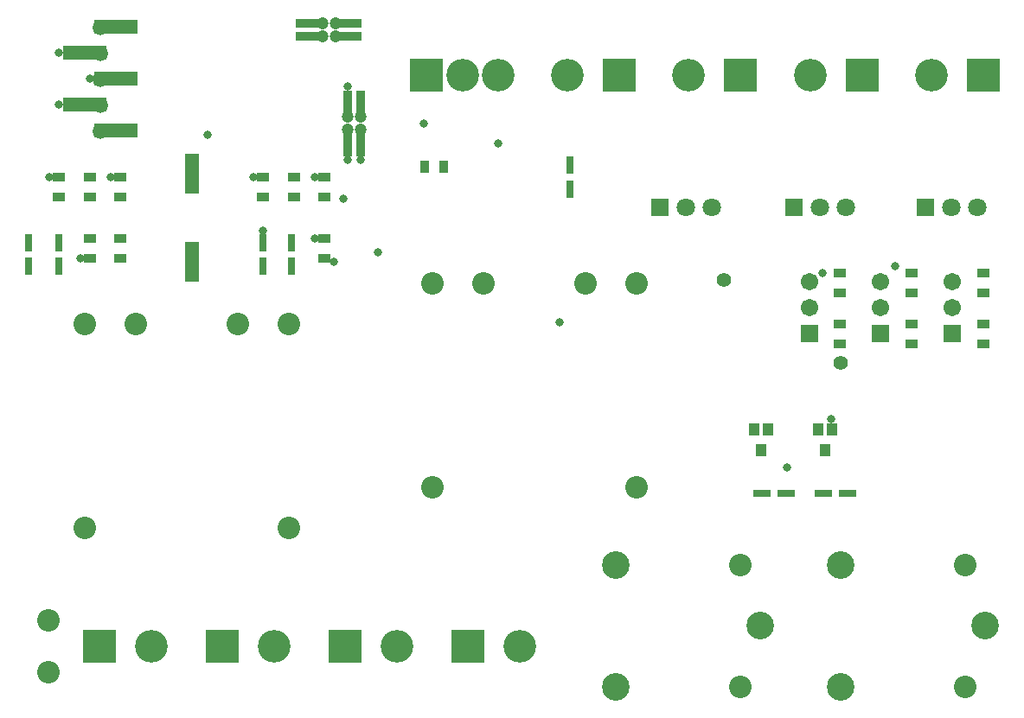
<source format=gts>
%FSLAX25Y25*%
%MOIN*%
G70*
G01*
G75*
G04 Layer_Color=8388736*
%ADD10R,0.02756X0.03937*%
%ADD11R,0.03937X0.02756*%
%ADD12R,0.02165X0.05709*%
%ADD13R,0.05709X0.02165*%
%ADD14R,0.03150X0.04134*%
%ADD15R,0.04724X0.14567*%
%ADD16R,0.16339X0.05000*%
%ADD17R,0.09449X0.02992*%
%ADD18R,0.02992X0.09449*%
%ADD19C,0.01969*%
%ADD20C,0.03937*%
%ADD21C,0.00787*%
%ADD22C,0.03937*%
%ADD23C,0.05118*%
%ADD24C,0.05906*%
%ADD25R,0.05906X0.05906*%
%ADD26R,0.11811X0.11811*%
%ADD27C,0.11811*%
%ADD28C,0.06299*%
%ADD29R,0.06299X0.06299*%
%ADD30C,0.07874*%
%ADD31C,0.09843*%
%ADD32C,0.02362*%
%ADD33C,0.04724*%
%ADD34C,0.00984*%
%ADD35C,0.00394*%
%ADD36C,0.01000*%
%ADD37C,0.00591*%
%ADD38R,0.03556X0.04737*%
%ADD39R,0.04737X0.03556*%
%ADD40R,0.02965X0.06509*%
%ADD41R,0.06509X0.02965*%
%ADD42R,0.03950X0.04934*%
%ADD43R,0.05524X0.15367*%
%ADD44R,0.17139X0.05800*%
%ADD45R,0.10249X0.03792*%
%ADD46R,0.03792X0.10249*%
%ADD47C,0.04737*%
%ADD48C,0.05918*%
%ADD49C,0.06706*%
%ADD50R,0.06706X0.06706*%
%ADD51R,0.12611X0.12611*%
%ADD52C,0.12611*%
%ADD53C,0.07099*%
%ADD54R,0.07099X0.07099*%
%ADD55C,0.08674*%
%ADD56C,0.10642*%
%ADD57C,0.03162*%
%ADD58C,0.05524*%
D38*
X298031Y311122D02*
D03*
X290551D02*
D03*
D39*
X505780Y262429D02*
D03*
Y269909D02*
D03*
X478220Y262429D02*
D03*
Y269909D02*
D03*
X450661Y262429D02*
D03*
Y269909D02*
D03*
X505779Y242744D02*
D03*
Y250224D02*
D03*
X478221Y242744D02*
D03*
Y250224D02*
D03*
X450661Y242744D02*
D03*
Y250224D02*
D03*
X161516Y275787D02*
D03*
Y283268D02*
D03*
X161496Y299409D02*
D03*
Y306890D02*
D03*
X173229Y299410D02*
D03*
Y306890D02*
D03*
X149508Y306890D02*
D03*
Y299409D02*
D03*
X252027Y283268D02*
D03*
Y275787D02*
D03*
X240157Y299409D02*
D03*
Y306890D02*
D03*
X251969Y299409D02*
D03*
Y306890D02*
D03*
X228248D02*
D03*
Y299409D02*
D03*
X173327Y275787D02*
D03*
Y283268D02*
D03*
D40*
X149606Y281791D02*
D03*
Y272539D02*
D03*
X137795Y281791D02*
D03*
Y272539D02*
D03*
X228346Y281791D02*
D03*
Y272539D02*
D03*
X239311Y281791D02*
D03*
Y272539D02*
D03*
X346457Y302461D02*
D03*
Y311713D02*
D03*
D41*
X429823Y185039D02*
D03*
X420571D02*
D03*
X453445D02*
D03*
X444193D02*
D03*
D42*
X420276Y201673D02*
D03*
X417717Y209744D02*
D03*
X422835D02*
D03*
X444882Y201673D02*
D03*
X442323Y209744D02*
D03*
X447441D02*
D03*
D43*
X200787Y308268D02*
D03*
Y274409D02*
D03*
D44*
X159454Y354920D02*
D03*
Y334920D02*
D03*
X171454Y324920D02*
D03*
Y344920D02*
D03*
Y364920D02*
D03*
D45*
X261222Y361338D02*
D03*
Y366358D02*
D03*
X245867Y366259D02*
D03*
Y361240D02*
D03*
D46*
X265768Y335459D02*
D03*
X260748D02*
D03*
X260847Y320105D02*
D03*
X265866D02*
D03*
D47*
X260945Y330315D02*
D03*
X251245Y361415D02*
D03*
X256245D02*
D03*
Y366415D02*
D03*
X251245D02*
D03*
X265945Y330315D02*
D03*
X260945Y325315D02*
D03*
X265945D02*
D03*
D48*
X165545Y364815D02*
D03*
Y354815D02*
D03*
Y344815D02*
D03*
Y334815D02*
D03*
Y324815D02*
D03*
D49*
X493968Y266484D02*
D03*
Y256484D02*
D03*
X466409Y266484D02*
D03*
Y256484D02*
D03*
X438850Y266484D02*
D03*
Y256484D02*
D03*
D50*
X493968Y246484D02*
D03*
X466409D02*
D03*
X438850D02*
D03*
D51*
X412386Y346457D02*
D03*
X459130D02*
D03*
X505874D02*
D03*
X291339D02*
D03*
X212598Y125984D02*
D03*
X165354D02*
D03*
X259843D02*
D03*
X365642Y346457D02*
D03*
X307087Y125984D02*
D03*
D52*
X392386Y346457D02*
D03*
X439130D02*
D03*
X485874D02*
D03*
X305118D02*
D03*
X318898D02*
D03*
X232598Y125984D02*
D03*
X185354D02*
D03*
X279843D02*
D03*
X345642Y346457D02*
D03*
X327087Y125984D02*
D03*
D53*
X401286Y295276D02*
D03*
X391286D02*
D03*
X452994D02*
D03*
X442994D02*
D03*
X503648D02*
D03*
X493648D02*
D03*
D54*
X381286D02*
D03*
X432994D02*
D03*
X483648D02*
D03*
D55*
X159630Y250370D02*
D03*
X179315D02*
D03*
X218685D02*
D03*
X238370D02*
D03*
Y171630D02*
D03*
X159630D02*
D03*
X293630Y266118D02*
D03*
X313315D02*
D03*
X352685D02*
D03*
X372370D02*
D03*
Y187378D02*
D03*
X293630D02*
D03*
X412205Y157480D02*
D03*
Y110236D02*
D03*
X498819Y157480D02*
D03*
Y110236D02*
D03*
X145669Y116142D02*
D03*
Y135827D02*
D03*
D56*
X364173Y157480D02*
D03*
Y110236D02*
D03*
X420079Y133858D02*
D03*
X450787Y157480D02*
D03*
Y110236D02*
D03*
X506693Y133858D02*
D03*
D57*
X472000Y272509D02*
D03*
X318898Y319882D02*
D03*
X290354Y327756D02*
D03*
X342520Y250984D02*
D03*
X430118Y194882D02*
D03*
X260847Y313653D02*
D03*
X272500Y278000D02*
D03*
X447400Y213500D02*
D03*
X149600Y334900D02*
D03*
Y354920D02*
D03*
X161600Y344900D02*
D03*
X443800Y269909D02*
D03*
X228346Y286300D02*
D03*
X255700Y274200D02*
D03*
X265866Y313700D02*
D03*
X145910Y306890D02*
D03*
X260748Y341865D02*
D03*
X207000Y323400D02*
D03*
X259200Y298800D02*
D03*
X157900Y275800D02*
D03*
X169579Y306890D02*
D03*
X248400Y283300D02*
D03*
X248319Y306890D02*
D03*
X224610D02*
D03*
D58*
X405905Y267224D02*
D03*
X450787Y235335D02*
D03*
M02*

</source>
